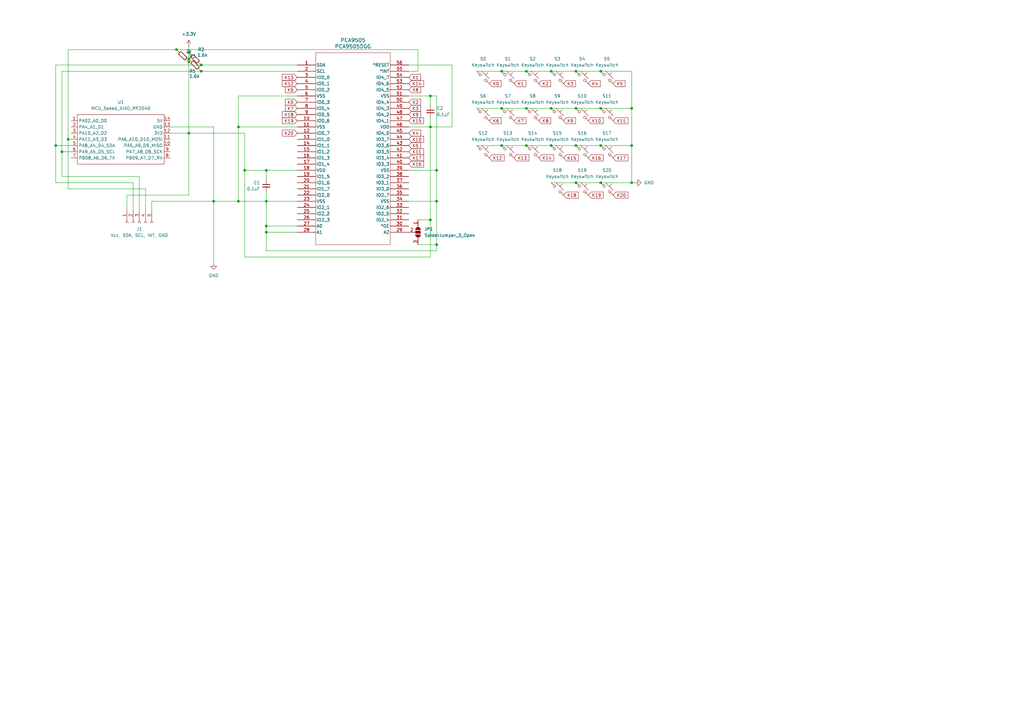
<source format=kicad_sch>
(kicad_sch (version 20250114) (generator "eeschema") (generator_version "9.0")
  (paper "A3")
  (lib_symbols
    (symbol "Connector:Conn_01x05_Socket" (pin_names (offset 1.016) (hide yes))
      (property "Reference" "J" (at 0 7.62 0))
      (property "Value" "Conn_01x05_Socket" (at 0 -7.62 0))
      (symbol "Conn_01x05_Socket_1_1"
        (polyline (pts (xy -1.27 5.08) (xy -0.508 5.08)) (stroke (width 0.1524)))
        (polyline (pts (xy -1.27 2.54) (xy -0.508 2.54)) (stroke (width 0.1524)))
        (polyline (pts (xy -1.27 0) (xy -0.508 0)) (stroke (width 0.1524)))
        (polyline (pts (xy -1.27 -2.54) (xy -0.508 -2.54)) (stroke (width 0.1524)))
        (polyline (pts (xy -1.27 -5.08) (xy -0.508 -5.08)) (stroke (width 0.1524)))
        (arc (start 0 4.572) (mid -0.5058 5.08) (end 0 5.588) (stroke (width 0.1524)))
        (arc (start 0 2.032) (mid -0.5058 2.54) (end 0 3.048) (stroke (width 0.1524)))
        (arc (start 0 -0.508) (mid -0.5058 0) (end 0 0.508) (stroke (width 0.1524)))
        (arc (start 0 -3.048) (mid -0.5058 -2.54) (end 0 -2.032) (stroke (width 0.1524)))
        (arc (start 0 -5.588) (mid -0.5058 -5.08) (end 0 -4.572) (stroke (width 0.1524)))
        (pin passive line (at -5.08 5.08 0) (length 3.81) (name "Pin_1") (number "1"))
        (pin passive line (at -5.08 2.54 0) (length 3.81) (name "Pin_2") (number "2"))
        (pin passive line (at -5.08 0 0) (length 3.81) (name "Pin_3") (number "3"))
        (pin passive line (at -5.08 -2.54 0) (length 3.81) (name "Pin_4") (number "4"))
        (pin passive line (at -5.08 -5.08 0) (length 3.81) (name "Pin_5") (number "5"))
      )
    )
    (symbol "Device:C_Small" (pin_numbers (hide yes)) (pin_names (offset 0.254) (hide yes))
      (property "Reference" "C" (at 0.254 1.778 0))
      (property "Value" "C_Small" (at 0.254 -2.032 0))
      (symbol "C_Small_0_1"
        (polyline (pts (xy -1.524 0.508) (xy 1.524 0.508)) (stroke (width 0.3048)))
        (polyline (pts (xy -1.524 -0.508) (xy 1.524 -0.508)) (stroke (width 0.3302)))
      )
      (symbol "C_Small_1_1"
        (pin passive line (at 0 2.54 270) (length 2.032) (name "~") (number "1"))
        (pin passive line (at 0 -2.54 90) (length 2.032) (name "~") (number "2"))
      )
    )
    (symbol "Device:R_45deg" (pin_numbers (hide yes)) (pin_names (offset 0))
      (property "Reference" "R" (at 5.08 2.54 0))
      (property "Value" "R_45deg" (at 8.255 0.635 0))
      (symbol "R_45deg_0_1"
        (polyline (pts (xy -2.54 2.54) (xy -1.27 1.27)))
        (polyline (pts (xy 1.27 -1.27) (xy 2.54 -2.54)))
      )
      (symbol "R_45deg_1_1"
        (polyline (pts (xy -1.778 0.762) (xy 0.762 -1.778) (xy 1.778 -0.762) (xy -0.762 1.778) (xy -1.778 0.762)) (stroke (width 0.254)))
        (pin passive line (at -2.54 2.54 0) (length 0) (name "~") (number "1"))
        (pin passive line (at 2.54 -2.54 180) (length 0) (name "~") (number "2"))
      )
    )
    (symbol "Jumper:SolderJumper_3_Open" (pin_names (offset 0) (hide yes)) (in_bom no)
      (property "Reference" "JP" (at -2.54 -2.54 0))
      (property "Value" "SolderJumper_3_Open" (at 0 2.794 0))
      (symbol "SolderJumper_3_Open_0_1"
        (polyline (pts (xy -2.54 0) (xy -2.032 0)))
        (polyline (pts (xy -1.016 1.016) (xy -1.016 -1.016)))
        (arc (start -1.016 -1.016) (mid -2.0276 0) (end -1.016 1.016))
        (arc (start -1.016 -1.016) (mid -2.0276 0) (end -1.016 1.016) (fill (type outline)))
        (rectangle (start -0.508 1.016) (end 0.508 -1.016) (fill (type outline)))
        (polyline (pts (xy 0 -1.27) (xy 0 -1.016)))
        (arc (start 1.016 1.016) (mid 2.0276 0) (end 1.016 -1.016))
        (arc (start 1.016 1.016) (mid 2.0276 0) (end 1.016 -1.016) (fill (type outline)))
        (polyline (pts (xy 1.016 1.016) (xy 1.016 -1.016)))
        (polyline (pts (xy 2.54 0) (xy 2.032 0)))
      )
      (symbol "SolderJumper_3_Open_1_1"
        (pin passive line (at -5.08 0 0) (length 2.54) (name "A") (number "1"))
        (pin passive line (at 0 -3.81 90) (length 2.54) (name "C") (number "2"))
        (pin passive line (at 5.08 0 180) (length 2.54) (name "B") (number "3"))
      )
    )
    (symbol "PCA9505DGG_1" (pin_names (offset 0.254))
      (property "Reference" "U" (at 22.86 10.16 0))
      (property "Value" "PCA9505DGG" (at 22.86 7.62 0))
      (symbol "PCA9505DGG_1_0_1"
        (polyline (pts (xy 7.62 5.08) (xy 7.62 -73.66)) (stroke (width 0.127)))
        (polyline (pts (xy 7.62 -73.66) (xy 38.1 -73.66)) (stroke (width 0.127)))
        (polyline (pts (xy 38.1 5.08) (xy 7.62 5.08)) (stroke (width 0.127)))
        (polyline (pts (xy 38.1 -73.66) (xy 38.1 5.08)) (stroke (width 0.127)))
        (pin bidirectional line (at 0 -17.78 0) (length 7.62) (name "IO0_4") (number "8"))
        (pin bidirectional line (at 0 -20.32 0) (length 7.62) (name "IO0_5") (number "9"))
        (pin bidirectional line (at 0 -22.86 0) (length 7.62) (name "IO0_6") (number "10"))
        (pin bidirectional line (at 0 -27.94 0) (length 7.62) (name "IO0_7") (number "12"))
        (pin bidirectional line (at 0 -30.48 0) (length 7.62) (name "IO1_0") (number "13"))
      )
      (symbol "PCA9505DGG_1_1_1"
        (circle private (center 11.43 1.27) (radius 1.7961))
        (pin bidirectional line (at 0 0 0) (length 7.62) (name "SDA") (number "1"))
        (pin input line (at 0 -2.54 0) (length 7.62) (name "SCL") (number "2"))
        (pin bidirectional line (at 0 -5.08 0) (length 7.62) (name "IO0_0") (number "3"))
        (pin bidirectional line (at 0 -7.62 0) (length 7.62) (name "IO0_1") (number "4"))
        (pin bidirectional line (at 0 -10.16 0) (length 7.62) (name "IO0_2") (number "5"))
        (pin power_in line (at 0 -12.7 0) (length 7.62) (name "VSS") (number "6"))
        (pin bidirectional line (at 0 -15.24 0) (length 7.62) (name "IO0_3") (number "7"))
        (pin power_in line (at 0 -25.4 0) (length 7.62) (name "VSS") (number "11"))
        (pin bidirectional line (at 0 -33.02 0) (length 7.62) (name "IO1_1") (number "14"))
        (pin bidirectional line (at 0 -35.56 0) (length 7.62) (name "IO1_2") (number "15"))
        (pin bidirectional line (at 0 -38.1 0) (length 7.62) (name "IO1_3") (number "16"))
        (pin bidirectional line (at 0 -40.64 0) (length 7.62) (name "IO1_4") (number "17"))
        (pin power_in line (at 0 -43.18 0) (length 7.62) (name "VDD") (number "18"))
        (pin bidirectional line (at 0 -45.72 0) (length 7.62) (name "IO1_5") (number "19"))
        (pin bidirectional line (at 0 -48.26 0) (length 7.62) (name "IO1_6") (number "20"))
        (pin bidirectional line (at 0 -50.8 0) (length 7.62) (name "IO1_7") (number "21"))
        (pin bidirectional line (at 0 -53.34 0) (length 7.62) (name "IO2_0") (number "22"))
        (pin power_in line (at 0 -55.88 0) (length 7.62) (name "VSS") (number "23"))
        (pin bidirectional line (at 0 -58.42 0) (length 7.62) (name "IO2_1") (number "24"))
        (pin bidirectional line (at 0 -60.96 0) (length 7.62) (name "IO2_2") (number "25"))
        (pin bidirectional line (at 0 -63.5 0) (length 7.62) (name "IO2_3") (number "26"))
        (pin input line (at 0 -66.04 0) (length 7.62) (name "A0") (number "27"))
        (pin input line (at 0 -68.58 0) (length 7.62) (name "A1") (number "28"))
        (pin input line (at 45.72 0 180) (length 7.62) (name "*RESET") (number "56"))
        (pin output line (at 45.72 -2.54 180) (length 7.62) (name "*INT") (number "55"))
        (pin bidirectional line (at 45.72 -5.08 180) (length 7.62) (name "IO4_7") (number "54"))
        (pin bidirectional line (at 45.72 -7.62 180) (length 7.62) (name "IO4_6") (number "53"))
        (pin bidirectional line (at 45.72 -10.16 180) (length 7.62) (name "IO4_5") (number "52"))
        (pin power_in line (at 45.72 -12.7 180) (length 7.62) (name "VSS") (number "51"))
        (pin bidirectional line (at 45.72 -15.24 180) (length 7.62) (name "IO4_4") (number "50"))
        (pin bidirectional line (at 45.72 -17.78 180) (length 7.62) (name "IO4_3") (number "49"))
        (pin bidirectional line (at 45.72 -20.32 180) (length 7.62) (name "IO4_2") (number "48"))
        (pin bidirectional line (at 45.72 -22.86 180) (length 7.62) (name "IO4_1") (number "47"))
        (pin power_in line (at 45.72 -25.4 180) (length 7.62) (name "VDD") (number "46"))
        (pin bidirectional line (at 45.72 -27.94 180) (length 7.62) (name "IO4_0") (number "45"))
        (pin bidirectional line (at 45.72 -30.48 180) (length 7.62) (name "IO3_7") (number "44"))
        (pin bidirectional line (at 45.72 -33.02 180) (length 7.62) (name "IO3_6") (number "43"))
        (pin bidirectional line (at 45.72 -35.56 180) (length 7.62) (name "IO3_5") (number "42"))
        (pin bidirectional line (at 45.72 -38.1 180) (length 7.62) (name "IO3_4") (number "41"))
        (pin bidirectional line (at 45.72 -40.64 180) (length 7.62) (name "IO3_3") (number "40"))
        (pin power_in line (at 45.72 -43.18 180) (length 7.62) (name "VSS") (number "39"))
        (pin bidirectional line (at 45.72 -45.72 180) (length 7.62) (name "IO3_2") (number "38"))
        (pin bidirectional line (at 45.72 -48.26 180) (length 7.62) (name "IO3_1") (number "37"))
        (pin bidirectional line (at 45.72 -50.8 180) (length 7.62) (name "IO3_0") (number "36"))
        (pin bidirectional line (at 45.72 -53.34 180) (length 7.62) (name "IO2_7") (number "35"))
        (pin power_in line (at 45.72 -55.88 180) (length 7.62) (name "VSS") (number "34"))
        (pin bidirectional line (at 45.72 -58.42 180) (length 7.62) (name "IO2_6") (number "33"))
        (pin bidirectional line (at 45.72 -60.96 180) (length 7.62) (name "IO2_5") (number "32"))
        (pin bidirectional line (at 45.72 -63.5 180) (length 7.62) (name "IO2_4") (number "31"))
        (pin input line (at 45.72 -66.04 180) (length 7.62) (name "*OE") (number "30"))
        (pin input line (at 45.72 -68.58 180) (length 7.62) (name "A2") (number "29"))
      )
    )
    (symbol "power:+3.3V" (power) (pin_numbers (hide yes)) (pin_names (offset 0) (hide yes))
      (property "Value" "+3.3V" (at 0 3.556 0))
      (symbol "+3.3V_0_1"
        (polyline (pts (xy -0.762 1.27) (xy 0 2.54)))
        (polyline (pts (xy 0 2.54) (xy 0.762 1.27)))
        (polyline (pts (xy 0 0) (xy 0 2.54)))
      )
      (symbol "+3.3V_1_1"
        (pin power_in line (at 0 0 90) (length 0) (name "~") (number "1"))
      )
    )
    (symbol "power:GND" (power) (pin_numbers (hide yes)) (pin_names (offset 0) (hide yes))
      (property "Value" "GND" (at 0 -3.81 0))
      (symbol "GND_0_1"
        (polyline (pts (xy 0 0) (xy 0 -1.27) (xy 1.27 -1.27) (xy 0 -2.54) (xy -1.27 -1.27) (xy 0 -1.27)))
      )
      (symbol "GND_1_1"
        (pin power_in line (at 0 0 270) (length 0) (name "~") (number "1"))
      )
    )
    (symbol "scotto:MCU_Seeed_XIAO_RP2040"
      (property "Reference" "U" (at -16.51 11.43 0))
      (property "Value" "MCU_Seeed_XIAO_RP2040" (at -3.81 -11.43 0))
      (symbol "MCU_Seeed_XIAO_RP2040_0_1"
        (rectangle (start -16.51 10.16) (end 19.05 -10.16))
      )
      (symbol "MCU_Seeed_XIAO_RP2040_1_1"
        (pin passive line (at -19.05 7.62 0) (length 2.54) (name "PA02_A0_D0") (number "1"))
        (pin passive line (at -19.05 5.08 0) (length 2.54) (name "PA4_A1_D1") (number "2"))
        (pin passive line (at -19.05 2.54 0) (length 2.54) (name "PA10_A2_D2") (number "3"))
        (pin passive line (at -19.05 0 0) (length 2.54) (name "PA11_A3_D3") (number "4"))
        (pin passive line (at -19.05 -2.54 0) (length 2.54) (name "PA8_A4_D4_SDA") (number "5"))
        (pin passive line (at -19.05 -5.08 0) (length 2.54) (name "PA9_A5_D5_SCL") (number "6"))
        (pin passive line (at -19.05 -7.62 0) (length 2.54) (name "PB08_A6_D6_TX") (number "7"))
        (pin passive line (at 21.59 7.62 180) (length 2.54) (name "5V") (number "14"))
        (pin passive line (at 21.59 5.08 180) (length 2.54) (name "GND") (number "13"))
        (pin passive line (at 21.59 2.54 180) (length 2.54) (name "3V3") (number "12"))
        (pin passive line (at 21.59 0 180) (length 2.54) (name "PA6_A10_D10_MOSI") (number "11"))
        (pin passive line (at 21.59 -2.54 180) (length 2.54) (name "PA5_A9_D9_MISO") (number "10"))
        (pin passive line (at 21.59 -5.08 180) (length 2.54) (name "PA7_A8_D8_SCK") (number "9"))
        (pin passive line (at 21.59 -7.62 180) (length 2.54) (name "PB09_A7_D7_RX") (number "8"))
      )
    )
    (symbol "scotto:Placeholder_Keyswitch" (pin_numbers (hide yes)) (pin_names (offset 1.016) (hide yes))
      (property "Reference" "S" (at 3.048 1.016 0))
      (property "Value" "Keyswitch" (at 0 -3.81 0))
      (symbol "Placeholder_Keyswitch_0_1"
        (polyline (pts (xy -2.54 2.54) (xy -1.524 1.524) (xy -1.524 1.524)))
        (circle (center -1.1684 1.1684) (radius 0.508))
        (polyline (pts (xy -0.508 2.54) (xy 2.54 -0.508)))
        (polyline (pts (xy 1.016 1.016) (xy 2.032 2.032)))
        (circle (center 1.143 -1.1938) (radius 0.508))
        (polyline (pts (xy 1.524 -1.524) (xy 2.54 -2.54) (xy 2.54 -2.54) (xy 2.54 -2.54)))
        (pin passive line (at -2.54 2.54 0) (length 0) (name "1") (number "1"))
        (pin passive line (at 2.54 -2.54 180) (length 0) (name "2") (number "2"))
      )
    )
  )
  (junction (at 179.07 100.33))
  (junction (at 215.9 29.21))
  (junction (at 82.55 26.67))
  (junction (at 246.38 74.93))
  (junction (at 27.94 57.15))
  (junction (at 226.06 29.21))
  (junction (at 215.9 59.69))
  (junction (at 226.06 44.45))
  (junction (at 259.08 44.45))
  (junction (at 236.22 59.69))
  (junction (at 259.08 59.69))
  (junction (at 109.22 92.71))
  (junction (at 97.79 82.55))
  (junction (at 176.53 90.17))
  (junction (at 109.22 95.25))
  (junction (at 100.33 69.85))
  (junction (at 246.38 44.45))
  (junction (at 109.22 69.85))
  (junction (at 246.38 29.21))
  (junction (at 72.39 20.32))
  (junction (at 77.47 21.59))
  (junction (at 87.63 82.55))
  (junction (at 259.08 74.93))
  (junction (at 226.06 59.69))
  (junction (at 77.47 54.61))
  (junction (at 236.22 44.45))
  (junction (at 82.55 29.21))
  (junction (at 176.53 39.37))
  (junction (at 236.22 74.93))
  (junction (at 22.86 59.69))
  (junction (at 109.22 82.55))
  (junction (at 77.47 24.13))
  (junction (at 179.07 69.85))
  (junction (at 205.74 44.45))
  (junction (at 77.47 25.4))
  (junction (at 215.9 44.45))
  (junction (at 25.4 62.23))
  (junction (at 176.53 52.07))
  (junction (at 205.74 29.21))
  (junction (at 97.79 52.07))
  (junction (at 205.74 59.69))
  (junction (at 236.22 29.21))
  (junction (at 246.38 59.69))
  (junction (at 179.07 82.55))
  (wire (pts (xy 27.94 20.32) (xy 72.39 20.32)))
  (wire (pts (xy 226.06 44.45) (xy 215.9 44.45)))
  (wire (pts (xy 179.07 82.55) (xy 179.07 100.33)))
  (wire (pts (xy 179.07 39.37) (xy 176.53 39.37)))
  (wire (pts (xy 25.4 72.39) (xy 25.4 62.23)))
  (wire (pts (xy 179.07 39.37) (xy 179.07 69.85)))
  (wire (pts (xy 77.47 25.4) (xy 77.47 54.61)))
  (wire (pts (xy 29.21 57.15) (xy 27.94 57.15)))
  (wire (pts (xy 54.61 74.93) (xy 22.86 74.93)))
  (wire (pts (xy 109.22 95.25) (xy 109.22 92.71)))
  (wire (pts (xy 77.47 54.61) (xy 77.47 80.01)))
  (wire (pts (xy 236.22 59.69) (xy 226.06 59.69)))
  (wire (pts (xy 259.08 59.69) (xy 259.08 74.93)))
  (wire (pts (xy 259.08 74.93) (xy 260.35 74.93)))
  (wire (pts (xy 246.38 44.45) (xy 259.08 44.45)))
  (wire (pts (xy 54.61 74.93) (xy 54.61 86.36)))
  (wire (pts (xy 77.47 21.59) (xy 77.47 24.13)))
  (wire (pts (xy 185.42 52.07) (xy 176.53 52.07)))
  (wire (pts (xy 236.22 44.45) (xy 226.06 44.45)))
  (wire (pts (xy 109.22 102.87) (xy 109.22 95.25)))
  (wire (pts (xy 121.92 95.25) (xy 109.22 95.25)))
  (wire (pts (xy 62.23 82.55) (xy 62.23 86.36)))
  (wire (pts (xy 109.22 82.55) (xy 121.92 82.55)))
  (wire (pts (xy 109.22 69.85) (xy 121.92 69.85)))
  (wire (pts (xy 87.63 107.95) (xy 87.63 82.55)))
  (wire (pts (xy 100.33 105.41) (xy 100.33 69.85)))
  (wire (pts (xy 167.64 39.37) (xy 176.53 39.37)))
  (wire (pts (xy 226.06 29.21) (xy 236.22 29.21)))
  (wire (pts (xy 72.39 20.32) (xy 171.45 20.32)))
  (wire (pts (xy 176.53 39.37) (xy 176.53 43.18)))
  (wire (pts (xy 195.58 29.21) (xy 205.74 29.21)))
  (wire (pts (xy 121.92 39.37) (xy 97.79 39.37)))
  (wire (pts (xy 215.9 44.45) (xy 205.74 44.45)))
  (wire (pts (xy 52.07 80.01) (xy 52.07 86.36)))
  (wire (pts (xy 97.79 82.55) (xy 109.22 82.55)))
  (wire (pts (xy 179.07 100.33) (xy 179.07 102.87)))
  (wire (pts (xy 77.47 19.05) (xy 77.47 21.59)))
  (wire (pts (xy 77.47 54.61) (xy 100.33 54.61)))
  (wire (pts (xy 59.69 77.47) (xy 59.69 86.36)))
  (wire (pts (xy 77.47 24.13) (xy 77.47 25.4)))
  (wire (pts (xy 69.85 52.07) (xy 87.63 52.07)))
  (wire (pts (xy 205.74 29.21) (xy 215.9 29.21)))
  (wire (pts (xy 22.86 26.67) (xy 82.55 26.67)))
  (wire (pts (xy 87.63 82.55) (xy 97.79 82.55)))
  (wire (pts (xy 176.53 90.17) (xy 176.53 105.41)))
  (wire (pts (xy 215.9 29.21) (xy 226.06 29.21)))
  (wire (pts (xy 171.45 100.33) (xy 179.07 100.33)))
  (wire (pts (xy 176.53 105.41) (xy 100.33 105.41)))
  (wire (pts (xy 25.4 62.23) (xy 29.21 62.23)))
  (wire (pts (xy 205.74 44.45) (xy 195.58 44.45)))
  (wire (pts (xy 25.4 29.21) (xy 25.4 62.23)))
  (wire (pts (xy 109.22 92.71) (xy 109.22 82.55)))
  (wire (pts (xy 109.22 69.85) (xy 109.22 73.66)))
  (wire (pts (xy 205.74 59.69) (xy 195.58 59.69)))
  (wire (pts (xy 109.22 92.71) (xy 121.92 92.71)))
  (wire (pts (xy 22.86 74.93) (xy 22.86 59.69)))
  (wire (pts (xy 100.33 54.61) (xy 100.33 69.85)))
  (wire (pts (xy 176.53 52.07) (xy 176.53 90.17)))
  (wire (pts (xy 171.45 29.21) (xy 167.64 29.21)))
  (wire (pts (xy 259.08 29.21) (xy 259.08 44.45)))
  (wire (pts (xy 171.45 90.17) (xy 176.53 90.17)))
  (wire (pts (xy 27.94 77.47) (xy 27.94 57.15)))
  (wire (pts (xy 57.15 72.39) (xy 25.4 72.39)))
  (wire (pts (xy 236.22 29.21) (xy 246.38 29.21)))
  (wire (pts (xy 87.63 52.07) (xy 87.63 82.55)))
  (wire (pts (xy 259.08 44.45) (xy 259.08 59.69)))
  (wire (pts (xy 82.55 26.67) (xy 121.92 26.67)))
  (wire (pts (xy 226.06 59.69) (xy 215.9 59.69)))
  (wire (pts (xy 27.94 77.47) (xy 59.69 77.47)))
  (wire (pts (xy 236.22 74.93) (xy 226.06 74.93)))
  (wire (pts (xy 62.23 82.55) (xy 87.63 82.55)))
  (wire (pts (xy 22.86 26.67) (xy 22.86 59.69)))
  (wire (pts (xy 97.79 52.07) (xy 121.92 52.07)))
  (wire (pts (xy 246.38 44.45) (xy 236.22 44.45)))
  (wire (pts (xy 179.07 102.87) (xy 109.22 102.87)))
  (wire (pts (xy 82.55 29.21) (xy 121.92 29.21)))
  (wire (pts (xy 97.79 39.37) (xy 97.79 52.07)))
  (wire (pts (xy 97.79 52.07) (xy 97.79 82.55)))
  (wire (pts (xy 179.07 69.85) (xy 179.07 82.55)))
  (wire (pts (xy 57.15 72.39) (xy 57.15 86.36)))
  (wire (pts (xy 109.22 78.74) (xy 109.22 82.55)))
  (wire (pts (xy 69.85 54.61) (xy 77.47 54.61)))
  (wire (pts (xy 215.9 59.69) (xy 205.74 59.69)))
  (wire (pts (xy 52.07 80.01) (xy 77.47 80.01)))
  (wire (pts (xy 246.38 59.69) (xy 236.22 59.69)))
  (wire (pts (xy 176.53 48.26) (xy 176.53 52.07)))
  (wire (pts (xy 246.38 74.93) (xy 259.08 74.93)))
  (wire (pts (xy 100.33 69.85) (xy 109.22 69.85)))
  (wire (pts (xy 246.38 29.21) (xy 259.08 29.21)))
  (wire (pts (xy 25.4 29.21) (xy 82.55 29.21)))
  (wire (pts (xy 27.94 57.15) (xy 27.94 20.32)))
  (wire (pts (xy 246.38 74.93) (xy 236.22 74.93)))
  (wire (pts (xy 167.64 52.07) (xy 176.53 52.07)))
  (wire (pts (xy 167.64 82.55) (xy 179.07 82.55)))
  (wire (pts (xy 167.64 26.67) (xy 185.42 26.67)))
  (wire (pts (xy 167.64 69.85) (xy 179.07 69.85)))
  (wire (pts (xy 22.86 59.69) (xy 29.21 59.69)))
  (wire (pts (xy 185.42 26.67) (xy 185.42 52.07)))
  (wire (pts (xy 171.45 20.32) (xy 171.45 29.21)))
  (wire (pts (xy 246.38 59.69) (xy 259.08 59.69)))
  (global_label "K20" (shape input) (at 121.92 54.61 180) (property "Intersheetrefs" "${INTERSHEET_REFS}" (effects (hide yes))))
  (global_label "K14" (shape input) (at 167.64 34.29 0) (property "Intersheetrefs" "${INTERSHEET_REFS}" (effects (hide yes))))
  (global_label "K8" (shape input) (at 167.64 36.83 0) (property "Intersheetrefs" "${INTERSHEET_REFS}" (effects (hide yes))))
  (global_label "K17" (shape input) (at 251.46 64.77 0) (property "Intersheetrefs" "${INTERSHEET_REFS}" (effects (hide yes))))
  (global_label "K5" (shape input) (at 251.46 34.29 0) (property "Intersheetrefs" "${INTERSHEET_REFS}" (effects (hide yes))))
  (global_label "K10" (shape input) (at 241.3 49.53 0) (property "Intersheetrefs" "${INTERSHEET_REFS}" (effects (hide yes))))
  (global_label "K11" (shape input) (at 167.64 62.23 0) (property "Intersheetrefs" "${INTERSHEET_REFS}" (effects (hide yes))))
  (global_label "K13" (shape input) (at 121.92 31.75 180) (property "Intersheetrefs" "${INTERSHEET_REFS}" (effects (hide yes))))
  (global_label "K9" (shape input) (at 231.14 49.53 0) (property "Intersheetrefs" "${INTERSHEET_REFS}" (effects (hide yes))))
  (global_label "K12" (shape input) (at 121.92 34.29 180) (property "Intersheetrefs" "${INTERSHEET_REFS}" (effects (hide yes))))
  (global_label "K7" (shape input) (at 210.82 49.53 0) (property "Intersheetrefs" "${INTERSHEET_REFS}" (effects (hide yes))))
  (global_label "K8" (shape input) (at 220.98 49.53 0) (property "Intersheetrefs" "${INTERSHEET_REFS}" (effects (hide yes))))
  (global_label "K18" (shape input) (at 231.14 80.01 0) (property "Intersheetrefs" "${INTERSHEET_REFS}" (effects (hide yes))))
  (global_label "K19" (shape input) (at 241.3 80.01 0) (property "Intersheetrefs" "${INTERSHEET_REFS}" (effects (hide yes))))
  (global_label "K12" (shape input) (at 200.66 64.77 0) (property "Intersheetrefs" "${INTERSHEET_REFS}" (effects (hide yes))))
  (global_label "K0" (shape input) (at 200.66 34.29 0) (property "Intersheetrefs" "${INTERSHEET_REFS}" (effects (hide yes))))
  (global_label "K19" (shape input) (at 121.92 49.53 180) (property "Intersheetrefs" "${INTERSHEET_REFS}" (effects (hide yes))))
  (global_label "K1" (shape input) (at 210.82 34.29 0) (property "Intersheetrefs" "${INTERSHEET_REFS}" (effects (hide yes))))
  (global_label "K13" (shape input) (at 210.82 64.77 0) (property "Intersheetrefs" "${INTERSHEET_REFS}" (effects (hide yes))))
  (global_label "K10" (shape input) (at 167.64 57.15 0) (property "Intersheetrefs" "${INTERSHEET_REFS}" (effects (hide yes))))
  (global_label "K4" (shape input) (at 241.3 34.29 0) (property "Intersheetrefs" "${INTERSHEET_REFS}" (effects (hide yes))))
  (global_label "K15" (shape input) (at 167.64 49.53 0) (property "Intersheetrefs" "${INTERSHEET_REFS}" (effects (hide yes))))
  (global_label "K4" (shape input) (at 167.64 54.61 0) (property "Intersheetrefs" "${INTERSHEET_REFS}" (effects (hide yes))))
  (global_label "K17" (shape input) (at 167.64 64.77 0) (property "Intersheetrefs" "${INTERSHEET_REFS}" (effects (hide yes))))
  (global_label "K2" (shape input) (at 220.98 34.29 0) (property "Intersheetrefs" "${INTERSHEET_REFS}" (effects (hide yes))))
  (global_label "K15" (shape input) (at 231.14 64.77 0) (property "Intersheetrefs" "${INTERSHEET_REFS}" (effects (hide yes))))
  (global_label "K16" (shape input) (at 241.3 64.77 0) (property "Intersheetrefs" "${INTERSHEET_REFS}" (effects (hide yes))))
  (global_label "K1" (shape input) (at 167.64 31.75 0) (property "Intersheetrefs" "${INTERSHEET_REFS}" (effects (hide yes))))
  (global_label "K11" (shape input) (at 251.46 49.53 0) (property "Intersheetrefs" "${INTERSHEET_REFS}" (effects (hide yes))))
  (global_label "K20" (shape input) (at 251.46 80.01 0) (property "Intersheetrefs" "${INTERSHEET_REFS}" (effects (hide yes))))
  (global_label "K6" (shape input) (at 121.92 36.83 180) (property "Intersheetrefs" "${INTERSHEET_REFS}" (effects (hide yes))))
  (global_label "K6" (shape input) (at 200.66 49.53 0) (property "Intersheetrefs" "${INTERSHEET_REFS}" (effects (hide yes))))
  (global_label "K2" (shape input) (at 167.64 41.91 0) (property "Intersheetrefs" "${INTERSHEET_REFS}" (effects (hide yes))))
  (global_label "K0" (shape input) (at 121.92 41.91 180) (property "Intersheetrefs" "${INTERSHEET_REFS}" (effects (hide yes))))
  (global_label "K5" (shape input) (at 167.64 59.69 0) (property "Intersheetrefs" "${INTERSHEET_REFS}" (effects (hide yes))))
  (global_label "K14" (shape input) (at 220.98 64.77 0) (property "Intersheetrefs" "${INTERSHEET_REFS}" (effects (hide yes))))
  (global_label "K3" (shape input) (at 167.64 44.45 0) (property "Intersheetrefs" "${INTERSHEET_REFS}" (effects (hide yes))))
  (global_label "K7" (shape input) (at 121.92 44.45 180) (property "Intersheetrefs" "${INTERSHEET_REFS}" (effects (hide yes))))
  (global_label "K9" (shape input) (at 167.64 46.99 0) (property "Intersheetrefs" "${INTERSHEET_REFS}" (effects (hide yes))))
  (global_label "K16" (shape input) (at 167.64 67.31 0) (property "Intersheetrefs" "${INTERSHEET_REFS}" (effects (hide yes))))
  (global_label "K3" (shape input) (at 231.14 34.29 0) (property "Intersheetrefs" "${INTERSHEET_REFS}" (effects (hide yes))))
  (global_label "K18" (shape input) (at 121.92 46.99 180) (property "Intersheetrefs" "${INTERSHEET_REFS}" (effects (hide yes))))
  (symbol (lib_id "Jumper:SolderJumper_3_Open") (at 171.45 95.25 270) (unit 1) (in_bom no)
    (property "Reference" "JP1" (at 173.99 93.9799 90) (effects (justify left)))
    (property "Value" "SolderJumper_3_Open" (at 173.99 96.5199 90) (effects (justify left)))
    (property "Footprint" "Jumper:SolderJumper-3_P2.0mm_Open_TrianglePad1.0x1.5mm_NumberLabels" (effects (hide yes)))
    (property "Description" "Solder Jumper, 3-pole, open" (effects (hide yes)))
  )
  (symbol (lib_id "scotto:Placeholder_Keyswitch") (at 228.6 31.75 0) (unit 1)
    (property "Reference" "S3" (at 228.6 24.13 0))
    (property "Value" "Keyswitch" (at 228.6 26.67 0))
    (property "Footprint" "Switches:Kailh_Low_Profile" (effects (hide yes)))
    (property "Description" "Push button switch, normally open, two pins, 45° tilted" (effects (hide yes)))
  )
  (symbol (lib_id "scotto:Placeholder_Keyswitch") (at 208.28 62.23 0) (unit 1)
    (property "Reference" "S13" (at 208.28 54.61 0))
    (property "Value" "Keyswitch" (at 208.28 57.15 0))
    (property "Footprint" "Switches:Kailh_Low_Profile" (effects (hide yes)))
    (property "Description" "Push button switch, normally open, two pins, 45° tilted" (effects (hide yes)))
  )
  (symbol (lib_id "scotto:Placeholder_Keyswitch") (at 238.76 46.99 0) (unit 1)
    (property "Reference" "S10" (at 238.76 39.37 0))
    (property "Value" "Keyswitch" (at 238.76 41.91 0))
    (property "Footprint" "Switches:Kailh_Low_Profile" (effects (hide yes)))
    (property "Description" "Push button switch, normally open, two pins, 45° tilted" (effects (hide yes)))
  )
  (symbol (lib_id "scotto:Placeholder_Keyswitch") (at 218.44 31.75 0) (unit 1)
    (property "Reference" "S2" (at 218.44 24.13 0))
    (property "Value" "Keyswitch" (at 218.44 26.67 0))
    (property "Footprint" "Switches:Kailh_Low_Profile" (effects (hide yes)))
    (property "Description" "Push button switch, normally open, two pins, 45° tilted" (effects (hide yes)))
  )
  (symbol (lib_id "scotto:Placeholder_Keyswitch") (at 248.92 46.99 0) (unit 1)
    (property "Reference" "S11" (at 248.92 39.37 0))
    (property "Value" "Keyswitch" (at 248.92 41.91 0))
    (property "Footprint" "Switches:Kailh_Low_Profile" (effects (hide yes)))
    (property "Description" "Push button switch, normally open, two pins, 45° tilted" (effects (hide yes)))
  )
  (symbol (lib_id "Connector:Conn_01x05_Socket") (at 57.15 91.44 90) (mirror x) (unit 1)
    (property "Reference" "J1" (at 57.15 93.98 90))
    (property "Value" "Vcc, SDA, SCL, INT, GND" (at 57.15 96.52 90))
    (property "Footprint" "Switches:SolderWire-5" (effects (hide yes)))
    (property "Description" "Generic connector, single row, 01x05, script generated" (effects (hide yes)))
  )
  (symbol (lib_id "scotto:Placeholder_Keyswitch") (at 198.12 31.75 0) (unit 1)
    (property "Reference" "S0" (at 198.12 24.13 0))
    (property "Value" "Keyswitch" (at 198.12 26.67 0))
    (property "Footprint" "Switches:Kailh_Low_Profile" (effects (hide yes)))
    (property "Description" "Push button switch, normally open, two pins, 45° tilted" (effects (hide yes)))
  )
  (symbol (lib_id "scotto:Placeholder_Keyswitch") (at 208.28 31.75 0) (unit 1)
    (property "Reference" "S1" (at 208.28 24.13 0))
    (property "Value" "Keyswitch" (at 208.28 26.67 0))
    (property "Footprint" "Switches:Kailh_Low_Profile" (effects (hide yes)))
    (property "Description" "Push button switch, normally open, two pins, 45° tilted" (effects (hide yes)))
  )
  (symbol (lib_id "scotto:Placeholder_Keyswitch") (at 208.28 46.99 0) (unit 1)
    (property "Reference" "S7" (at 208.28 39.37 0))
    (property "Value" "Keyswitch" (at 208.28 41.91 0))
    (property "Footprint" "Switches:Kailh_Low_Profile" (effects (hide yes)))
    (property "Description" "Push button switch, normally open, two pins, 45° tilted" (effects (hide yes)))
  )
  (symbol (lib_id "scotto:Placeholder_Keyswitch") (at 218.44 46.99 0) (unit 1)
    (property "Reference" "S8" (at 218.44 39.37 0))
    (property "Value" "Keyswitch" (at 218.44 41.91 0))
    (property "Footprint" "Switches:Kailh_Low_Profile" (effects (hide yes)))
    (property "Description" "Push button switch, normally open, two pins, 45° tilted" (effects (hide yes)))
  )
  (symbol (lib_id "scotto:Placeholder_Keyswitch") (at 228.6 77.47 0) (unit 1)
    (property "Reference" "S18" (at 228.6 69.85 0))
    (property "Value" "Keyswitch" (at 228.6 72.39 0))
    (property "Footprint" "Switches:Kailh_Low_Profile" (effects (hide yes)))
    (property "Description" "Push button switch, normally open, two pins, 45° tilted" (effects (hide yes)))
  )
  (symbol (lib_id "scotto:Placeholder_Keyswitch") (at 238.76 31.75 0) (unit 1)
    (property "Reference" "S4" (at 238.76 24.13 0))
    (property "Value" "Keyswitch" (at 238.76 26.67 0))
    (property "Footprint" "Switches:Kailh_Low_Profile" (effects (hide yes)))
    (property "Description" "Push button switch, normally open, two pins, 45° tilted" (effects (hide yes)))
  )
  (symbol (lib_id "scotto:Placeholder_Keyswitch") (at 198.12 46.99 0) (unit 1)
    (property "Reference" "S6" (at 198.12 39.37 0))
    (property "Value" "Keyswitch" (at 198.12 41.91 0))
    (property "Footprint" "Switches:Kailh_Low_Profile" (effects (hide yes)))
    (property "Description" "Push button switch, normally open, two pins, 45° tilted" (effects (hide yes)))
  )
  (symbol (lib_id "scotto:Placeholder_Keyswitch") (at 248.92 77.47 0) (unit 1)
    (property "Reference" "S20" (at 248.92 69.85 0))
    (property "Value" "Keyswitch" (at 248.92 72.39 0))
    (property "Footprint" "Switches:Kailh_Low_Profile" (effects (hide yes)))
    (property "Description" "Push button switch, normally open, two pins, 45° tilted" (effects (hide yes)))
  )
  (symbol (lib_id "Device:C_Small") (at 109.22 76.2 0) (mirror y) (unit 1)
    (property "Reference" "C1" (at 106.68 74.9362 0) (effects (justify left)))
    (property "Value" "0.1uF" (at 106.68 77.4762 0) (effects (justify left)))
    (property "Footprint" "Capacitor_SMD:C_0603_1608Metric_Pad1.08x0.95mm_HandSolder" (effects (hide yes)))
    (property "Description" "Unpolarized capacitor, small symbol" (effects (hide yes)))
  )
  (symbol (lib_id "scotto:Placeholder_Keyswitch") (at 248.92 62.23 0) (unit 1)
    (property "Reference" "S17" (at 248.92 54.61 0))
    (property "Value" "Keyswitch" (at 248.92 57.15 0))
    (property "Footprint" "Switches:Kailh_Low_Profile" (effects (hide yes)))
    (property "Description" "Push button switch, normally open, two pins, 45° tilted" (effects (hide yes)))
  )
  (symbol (lib_id "Device:R_45deg") (at 80.01 24.13 0) (unit 1)
    (property "Reference" "R2" (at 82.55 20.32 0))
    (property "Value" "1.6k" (at 83.058 22.606 0))
    (property "Footprint" "Resistor_SMD:R_0603_1608Metric_Pad0.98x0.95mm_HandSolder" (effects (hide yes)))
    (property "Description" "Resistor, rotated by 45°" (effects (hide yes)))
  )
  (symbol (lib_id "scotto:Placeholder_Keyswitch") (at 228.6 46.99 0) (unit 1)
    (property "Reference" "S9" (at 228.6 39.37 0))
    (property "Value" "Keyswitch" (at 228.6 41.91 0))
    (property "Footprint" "Switches:Kailh_Low_Profile" (effects (hide yes)))
    (property "Description" "Push button switch, normally open, two pins, 45° tilted" (effects (hide yes)))
  )
  (symbol (lib_id "scotto:Placeholder_Keyswitch") (at 218.44 62.23 0) (unit 1)
    (property "Reference" "S14" (at 218.44 54.61 0))
    (property "Value" "Keyswitch" (at 218.44 57.15 0))
    (property "Footprint" "Switches:Kailh_Low_Profile" (effects (hide yes)))
    (property "Description" "Push button switch, normally open, two pins, 45° tilted" (effects (hide yes)))
  )
  (symbol (lib_id "Device:R_45deg") (at 80.01 26.67 0) (unit 1)
    (property "Reference" "R1" (at 78.994 29.21 0))
    (property "Value" "1.6k" (at 79.756 31.242 0))
    (property "Footprint" "Resistor_SMD:R_0603_1608Metric_Pad0.98x0.95mm_HandSolder" (effects (hide yes)))
    (property "Description" "Resistor, rotated by 45°" (effects (hide yes)))
  )
  (symbol (lib_id "power:+3.3V") (at 77.47 19.05 0) (unit 1)
    (property "Reference" "#PWR02" (effects (hide yes)))
    (property "Value" "+3.3V" (at 77.47 13.97 0))
    (property "Description" "Power symbol creates a global label with name \"+3.3V\"" (effects (hide yes)))
  )
  (symbol (lib_id "power:GND") (at 87.63 107.95 0) (unit 1)
    (property "Reference" "#PWR01" (effects (hide yes)))
    (property "Value" "GND" (at 87.63 113.03 0))
    (property "Description" "Power symbol creates a global label with name \"GND\" , ground" (effects (hide yes)))
  )
  (symbol (lib_id "scotto:Placeholder_Keyswitch") (at 238.76 62.23 0) (unit 1)
    (property "Reference" "S16" (at 238.76 54.61 0))
    (property "Value" "Keyswitch" (at 238.76 57.15 0))
    (property "Footprint" "Switches:Kailh_Low_Profile" (effects (hide yes)))
    (property "Description" "Push button switch, normally open, two pins, 45° tilted" (effects (hide yes)))
  )
  (symbol (lib_id "scotto:MCU_Seeed_XIAO_RP2040") (at 48.26 57.15 0) (unit 1)
    (property "Reference" "U1" (at 49.53 41.91 0))
    (property "Value" "MCU_Seeed_XIAO_RP2040" (at 49.53 44.45 0))
    (property "Footprint" "Switches:Seeed_XIAO_RP2040" (effects (hide yes)))
  )
  (symbol (lib_id "scotto:Placeholder_Keyswitch") (at 238.76 77.47 0) (unit 1)
    (property "Reference" "S19" (at 238.76 69.85 0))
    (property "Value" "Keyswitch" (at 238.76 72.39 0))
    (property "Footprint" "Switches:Kailh_Low_Profile" (effects (hide yes)))
    (property "Description" "Push button switch, normally open, two pins, 45° tilted" (effects (hide yes)))
  )
  (symbol (lib_id "scotto:Placeholder_Keyswitch") (at 198.12 62.23 0) (unit 1)
    (property "Reference" "S12" (at 198.12 54.61 0))
    (property "Value" "Keyswitch" (at 198.12 57.15 0))
    (property "Footprint" "Switches:Kailh_Low_Profile" (effects (hide yes)))
    (property "Description" "Push button switch, normally open, two pins, 45° tilted" (effects (hide yes)))
  )
  (symbol (lib_id "scotto:Placeholder_Keyswitch") (at 228.6 62.23 0) (unit 1)
    (property "Reference" "S15" (at 228.6 54.61 0))
    (property "Value" "Keyswitch" (at 228.6 57.15 0))
    (property "Footprint" "Switches:Kailh_Low_Profile" (effects (hide yes)))
    (property "Description" "Push button switch, normally open, two pins, 45° tilted" (effects (hide yes)))
  )
  (symbol (lib_name "PCA9505DGG_1") (lib_id "PCA9505:PCA9505DGG") (at 121.92 26.67 0) (unit 1)
    (property "Reference" "PCA9505" (at 144.78 16.51 0) (effects (font (size 1.524 1.524))))
    (property "Value" "PCA9505DGG" (at 144.78 19.05 0) (effects (font (size 1.524 1.524))))
    (property "Footprint" "Switches:PCA9505" (effects (hide yes)))
    (property "Datasheet" "PCA9505DGG" (effects (hide yes)))
  )
  (symbol (lib_id "Device:C_Small") (at 176.53 45.72 0) (unit 1)
    (property "Reference" "C2" (at 179.07 44.4562 0) (effects (justify left)))
    (property "Value" "0.1uF" (at 179.07 46.9962 0) (effects (justify left)))
    (property "Footprint" "Capacitor_SMD:C_0603_1608Metric_Pad1.08x0.95mm_HandSolder" (effects (hide yes)))
    (property "Description" "Unpolarized capacitor, small symbol" (effects (hide yes)))
  )
  (symbol (lib_id "Device:R_45deg") (at 74.93 22.86 180) (unit 1)
    (property "Reference" "R3" (at 78.994 23.114 0))
    (property "Value" "2k" (at 77.47 21.082 0))
    (property "Footprint" "Resistor_SMD:R_0603_1608Metric_Pad0.98x0.95mm_HandSolder" (effects (hide yes)))
    (property "Description" "Resistor, rotated by 45°" (effects (hide yes)))
  )
  (symbol (lib_id "scotto:Placeholder_Keyswitch") (at 248.92 31.75 0) (unit 1)
    (property "Reference" "S5" (at 248.92 24.13 0))
    (property "Value" "Keyswitch" (at 248.92 26.67 0))
    (property "Footprint" "Switches:Kailh_Low_Profile" (effects (hide yes)))
    (property "Description" "Push button switch, normally open, two pins, 45° tilted" (effects (hide yes)))
  )
  (symbol (lib_id "power:GND") (at 260.35 74.93 90) (unit 1)
    (property "Reference" "#PWR03" (effects (hide yes)))
    (property "Value" "GND" (at 264.16 74.9299 90) (effects (justify right)))
    (property "Description" "Power symbol creates a global label with name \"GND\" , ground" (effects (hide yes)))
  )
)
</source>
